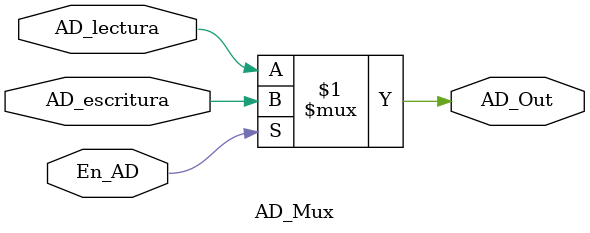
<source format=v>
`timescale 1ns / 1ps


module AD_Mux(
    AD_escritura,
    AD_lectura,
    En_AD,
    AD_Out
    
    );
 parameter largo =8;
 input AD_lectura;
 input AD_escritura;
 output AD_Out;
 input En_AD;
 
assign AD_Out = En_AD ? AD_escritura: AD_lectura;
                        
endmodule


</source>
